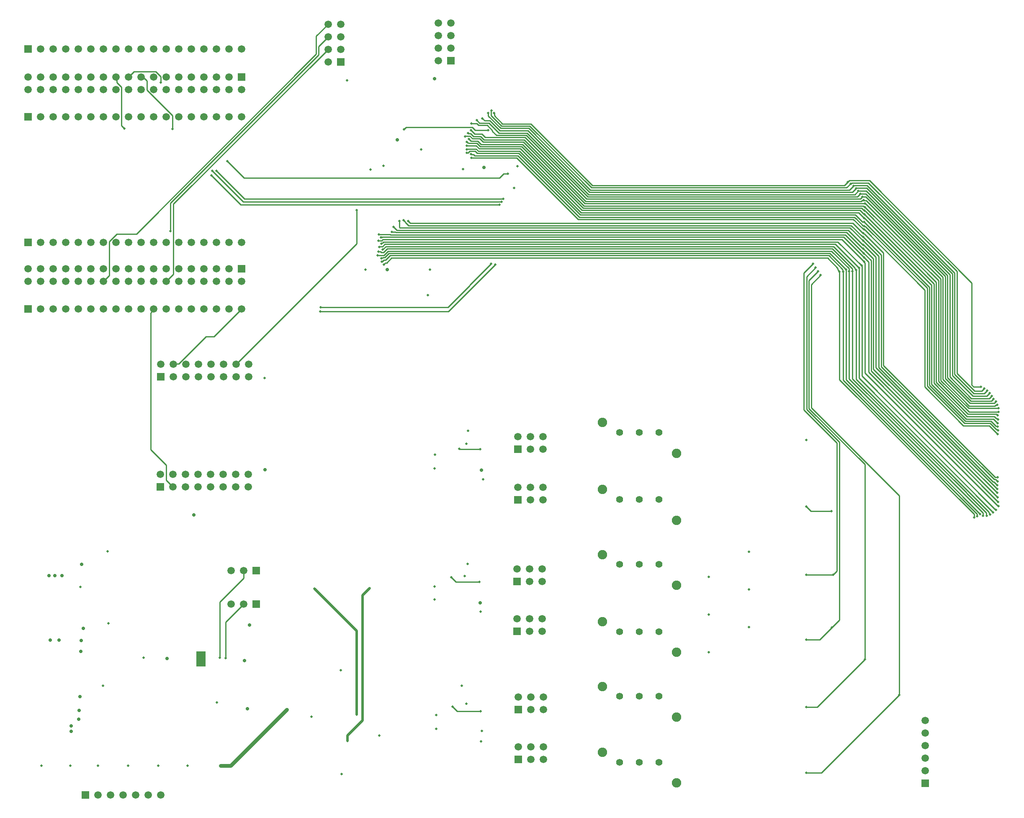
<source format=gbl>
G04*
G04 #@! TF.GenerationSoftware,Altium Limited,Altium Designer,22.3.1 (43)*
G04*
G04 Layer_Physical_Order=4*
G04 Layer_Color=16711680*
%FSLAX25Y25*%
%MOIN*%
G70*
G04*
G04 #@! TF.SameCoordinates,6E0130DB-2DEF-44AD-BCF0-1A686082A26A*
G04*
G04*
G04 #@! TF.FilePolarity,Positive*
G04*
G01*
G75*
%ADD10C,0.01000*%
%ADD15C,0.02000*%
%ADD71C,0.05500*%
%ADD95C,0.03000*%
%ADD96R,0.05906X0.05906*%
%ADD97C,0.05906*%
%ADD98R,0.05906X0.05906*%
%ADD99C,0.07500*%
%ADD100C,0.02000*%
%ADD101C,0.02800*%
G36*
X156205Y122332D02*
X148921D01*
Y134536D01*
X156205D01*
Y122332D01*
D02*
G37*
D10*
X167626Y129517D02*
Y173800D01*
X186618Y192792D02*
Y198800D01*
X167626Y173800D02*
X186618Y192792D01*
X172153Y157592D02*
X186661Y172099D01*
X172153Y129025D02*
Y157592D01*
X296470Y447704D02*
X297285D01*
X297596Y448015D01*
X296279Y447513D02*
X296470Y447704D01*
X783309Y269455D02*
X783838D01*
X694100Y361209D02*
Y450192D01*
X783838Y269455D02*
X786568Y266726D01*
X692300Y360464D02*
Y448907D01*
X785224Y271255D02*
X786702Y269777D01*
X692300Y360464D02*
X783309Y269455D01*
X695900Y361955D02*
X784800Y273055D01*
X786947D01*
X695900Y361955D02*
Y451644D01*
X786702Y269777D02*
X786972D01*
X784054Y271255D02*
X785224D01*
X694100Y361209D02*
X784054Y271255D01*
X787500Y327945D02*
X787500Y327945D01*
X786369Y330455D02*
X786560Y330646D01*
X785121Y330455D02*
X786369D01*
X784520Y329853D02*
X785121Y330455D01*
X763718Y327945D02*
X787500D01*
X660929Y350805D02*
Y436945D01*
Y350805D02*
X768103Y243630D01*
X659576Y438299D02*
Y439564D01*
Y438299D02*
X660929Y436945D01*
X768103Y240963D02*
Y243630D01*
X651484Y447655D02*
X659576Y439564D01*
X638369Y328546D02*
Y426569D01*
X645900Y434100D01*
X632631Y435632D02*
X640000Y443000D01*
X634700Y327123D02*
Y432589D01*
X642020Y439909D01*
X632631Y326646D02*
Y435632D01*
X638369Y328546D02*
X708560Y258354D01*
Y99620D02*
Y258354D01*
X681078Y128123D02*
Y283290D01*
X636568Y327800D02*
Y429716D01*
Y327800D02*
X681078Y283290D01*
X659000Y198434D02*
Y300277D01*
X660800Y159467D02*
Y301023D01*
X632631Y326646D02*
X659000Y300277D01*
X634700Y327123D02*
X660800Y301023D01*
X655874Y195308D02*
X659000Y198434D01*
X654826Y153493D02*
X660800Y159467D01*
X636568Y429716D02*
X643870Y437018D01*
X678669Y441659D02*
X678737Y441590D01*
X652402Y449623D02*
X663671Y438355D01*
X668462Y436998D02*
Y439323D01*
X659592Y460500D02*
X678433Y441659D01*
X657424Y458700D02*
X676369Y439755D01*
X674137Y437919D02*
Y438190D01*
X663671Y436866D02*
Y438355D01*
X303093Y449623D02*
X652402D01*
X662790Y462300D02*
X680509Y444582D01*
X673166Y439160D02*
X674137Y438190D01*
X656100Y456900D02*
X673166Y439833D01*
X299973Y456900D02*
X656100D01*
X654562Y453224D02*
X668462Y439323D01*
X668550Y351489D02*
Y436909D01*
X653147Y451424D02*
X666162Y438409D01*
X655307Y455023D02*
X671157Y439174D01*
X300856Y455023D02*
X655307D01*
X678433Y441659D02*
X678669D01*
X671157Y351551D02*
Y439174D01*
X666162Y438371D02*
Y438409D01*
X302347Y451424D02*
X653147D01*
X680509Y444582D02*
X680599D01*
X676369Y439755D02*
X676437D01*
X668462Y436998D02*
X668550Y436909D01*
X304316Y447655D02*
X651484D01*
X297255Y462300D02*
X662790D01*
X673166Y439160D02*
Y439833D01*
X663671Y436866D02*
X663862Y436674D01*
X301602Y453224D02*
X654562D01*
X298000Y460500D02*
X659592D01*
X299020Y458700D02*
X657424D01*
X674137Y351116D02*
Y437919D01*
X646642Y37701D02*
X708560Y99620D01*
X634600Y37701D02*
X646642D01*
X634600Y90184D02*
X643139D01*
X681078Y128123D01*
X634600Y143742D02*
X645074D01*
X654826Y153493D01*
X634600Y195308D02*
X655874D01*
X634600Y249782D02*
X638298Y246084D01*
X654451D01*
X680685Y444397D02*
Y444582D01*
X680718Y470346D02*
Y470413D01*
X664133Y464300D02*
X684100Y444333D01*
X680733Y485406D02*
X681004D01*
X680463D02*
X680733D01*
X680642Y476314D02*
X732500Y424456D01*
X680451Y476506D02*
X680642Y476314D01*
X680599Y444582D02*
X680615D01*
X767757Y344946D02*
X773612D01*
X774070Y341647D02*
X776116Y343693D01*
Y339678D02*
X778519Y342081D01*
X767934Y339678D02*
X776116D01*
X768511Y341647D02*
X774070D01*
X780161Y335819D02*
X782242Y337900D01*
X778183Y337787D02*
X780435Y340039D01*
X766027Y335819D02*
X780161D01*
X767167Y337787D02*
X778183D01*
X782026Y333850D02*
X783663Y335487D01*
X784071Y331951D02*
X785466Y333345D01*
X765450Y333850D02*
X782026D01*
X764804Y331951D02*
X784071D01*
X779943Y244638D02*
X780914Y243667D01*
X676437Y351941D02*
Y439755D01*
X783145Y245233D02*
X783214D01*
X779943Y244638D02*
Y245310D01*
X780914Y243396D02*
Y243667D01*
X676437Y351941D02*
X783145Y245233D01*
X678737Y353608D02*
X785210Y247136D01*
X678737Y353608D02*
Y441590D01*
X674137Y351116D02*
X779943Y245310D01*
X785210Y247136D02*
X785445D01*
X366369Y425915D02*
X383656Y443201D01*
X366369Y425596D02*
Y425915D01*
X349273Y408500D02*
X366369Y425596D01*
X247500Y405200D02*
X349371D01*
X386702Y442531D01*
X247800Y408500D02*
X349273D01*
X766288Y346415D02*
Y427778D01*
X684757Y509309D02*
X766288Y427778D01*
X668885Y509309D02*
X684757D01*
X667650Y508075D02*
X668885Y509309D01*
X667380Y508075D02*
X667650D01*
X670842Y507509D02*
X684011D01*
X670154Y506821D02*
X670842Y507509D01*
X669884Y506821D02*
X670154D01*
X666683Y503621D02*
X669884Y506821D01*
X766288Y346415D02*
X767757Y344946D01*
X754400Y355757D02*
X768511Y341647D01*
X754400Y355757D02*
Y437121D01*
X684011Y507509D02*
X754400Y437121D01*
X672478Y505401D02*
X673183D01*
X673250Y505467D02*
X682854D01*
X672287Y505209D02*
X672478Y505401D01*
X673183D02*
X673250Y505467D01*
X682854D02*
X752600Y435721D01*
Y355012D02*
Y435721D01*
Y355012D02*
X767934Y339678D01*
X750800Y354155D02*
X767167Y337787D01*
X750800Y354155D02*
Y434976D01*
X682447Y503328D02*
X750800Y434976D01*
X674363Y503328D02*
X682447D01*
X674202Y503167D02*
X674363Y503328D01*
X748873Y352973D02*
Y434357D01*
X682202Y501028D02*
X748873Y434357D01*
X676009Y501028D02*
X682202D01*
X671056Y500021D02*
X674202Y503167D01*
X461926Y500021D02*
X671056D01*
X460435Y496421D02*
X675235D01*
X459690Y494621D02*
X677380D01*
X679233Y496473D01*
X675235Y496421D02*
X677430Y498616D01*
X748873Y352973D02*
X766027Y335819D01*
X780884Y315965D02*
X785888Y310961D01*
X786324D02*
X786831Y310455D01*
X781629Y317765D02*
X785561Y313834D01*
X761170Y317765D02*
X781629D01*
X732500Y346435D02*
X761170Y317765D01*
X785888Y310961D02*
X786324D01*
X730700Y345690D02*
X760424Y315965D01*
X728900Y344944D02*
X759679Y314165D01*
X734300Y347181D02*
X761916Y319565D01*
X783443D02*
X786875Y316134D01*
X786831Y310455D02*
X787101D01*
X760424Y315965D02*
X780884D01*
X732500Y346435D02*
Y424456D01*
X785561Y313834D02*
X785997D01*
X762661Y321365D02*
X784189D01*
X759679Y314165D02*
X780138D01*
X786875Y307429D01*
X761916Y319565D02*
X783443D01*
X784189Y321365D02*
X785577Y319977D01*
X736100Y347926D02*
X762661Y321365D01*
X730700Y345690D02*
Y423616D01*
X736100Y347926D02*
Y427057D01*
X737900Y348672D02*
Y428510D01*
X743300Y350909D02*
X764356Y329853D01*
X784520D01*
X764079Y325039D02*
X787430D01*
X741500Y350163D02*
Y431117D01*
X745100Y351654D02*
X764804Y331951D01*
X728900Y344944D02*
Y422163D01*
X739700Y349418D02*
Y429692D01*
X763334Y323239D02*
X785734D01*
X734300Y347181D02*
Y425909D01*
X746900Y352400D02*
X765450Y333850D01*
X739700Y349418D02*
X764079Y325039D01*
X737900Y348672D02*
X763334Y323239D01*
X745100Y351654D02*
Y433039D01*
X741500Y350163D02*
X763718Y327945D01*
X743300Y350909D02*
Y432293D01*
X746900Y352400D02*
Y433784D01*
X681911Y498773D02*
X746900Y433784D01*
X677588Y498773D02*
X681911D01*
X677430Y498616D02*
X677588Y498773D01*
X681733Y496406D02*
X745100Y433039D01*
X679233Y496473D02*
X679300Y496406D01*
X681733D01*
X458198Y491021D02*
X681215D01*
X681267Y491073D01*
X682066Y493527D02*
X743300Y432293D01*
X680540Y493527D02*
X682066D01*
X680348Y493718D02*
X680540Y493527D01*
X681538Y491073D02*
X682144Y490467D01*
X682150D01*
X741500Y431117D01*
X681267Y491073D02*
X681538D01*
X680718Y470346D02*
X728900Y422163D01*
X680642Y473332D02*
X681261Y472714D01*
X681595Y478614D02*
X734300Y425909D01*
X681821Y484588D02*
X737900Y428510D01*
X681261Y472714D02*
X681603D01*
X730700Y423616D01*
X681225Y488167D02*
X739700Y429692D01*
X680868Y482289D02*
X736100Y427057D01*
X681197Y488167D02*
X681225D01*
X455216Y483821D02*
X676084D01*
X680642Y479262D01*
X680157Y493527D02*
X680348Y493718D01*
X673201Y498221D02*
X676009Y501028D01*
X680927Y488167D02*
X681197D01*
X408474Y538200D02*
X457453Y489221D01*
X415053Y554531D02*
X464163Y505421D01*
X678126Y492821D02*
X678832Y493527D01*
X680157D01*
X410691Y543619D02*
X459690Y494621D01*
X463418Y503621D02*
X666683D01*
X457453Y489221D02*
X679873D01*
X461181Y498221D02*
X673201D01*
X679873Y489221D02*
X680927Y488167D01*
X668898Y501821D02*
X672287Y505209D01*
X409220Y539999D02*
X458198Y491021D01*
X412182Y547219D02*
X461181Y498221D01*
X664726Y505421D02*
X667380Y508075D01*
X456707Y487421D02*
X678448D01*
X407728Y536400D02*
X456707Y487421D01*
X464163Y505421D02*
X664726D01*
X413562Y550931D02*
X462672Y501821D01*
X458944Y492821D02*
X678126D01*
X412928Y549019D02*
X461926Y500021D01*
X414307Y552731D02*
X463418Y503621D01*
X406237Y532799D02*
X455216Y483821D01*
X411437Y545419D02*
X460435Y496421D01*
X409946Y541819D02*
X458944Y492821D01*
X462672Y501821D02*
X668898D01*
X406983Y534599D02*
X455962Y485621D01*
X677266D01*
X672030Y478421D02*
X679542Y470909D01*
X679884D02*
X680379Y470413D01*
X679542Y470909D02*
X679884D01*
X404001Y527399D02*
X452980Y478421D01*
X405492Y531000D02*
X454471Y482021D01*
X453725Y480221D02*
X672776D01*
X452980Y478421D02*
X672030D01*
X404746Y529200D02*
X453725Y480221D01*
X674783Y480800D02*
X679077Y476506D01*
X674037Y479000D02*
X679637Y473400D01*
X454471Y482021D02*
X673522D01*
X674742Y480800D02*
X674783D01*
X672776Y480221D02*
X673996Y479000D01*
X674037D01*
X673522Y482021D02*
X674742Y480800D01*
X680379Y470413D02*
X680650D01*
X677266Y485621D02*
X680598Y482289D01*
X678448Y487421D02*
X680463Y485406D01*
X680642Y479262D02*
X680913D01*
X681004Y485406D02*
X681821Y484588D01*
X681821D01*
X785734Y323239D02*
X786696Y322277D01*
X680913Y479262D02*
X681561Y478614D01*
X681595D01*
X679637Y473400D02*
X680303D01*
X680494Y473209D01*
X785577Y319977D02*
X786014D01*
X684100Y356587D02*
X787244Y253443D01*
X689700Y360340D02*
X786451Y263590D01*
X686100Y357840D02*
X786972Y256967D01*
X687900Y359056D02*
X786382Y260574D01*
X681267Y356077D02*
Y443815D01*
Y356077D02*
X787199Y250145D01*
X786972Y256967D02*
Y256967D01*
X686100Y357840D02*
Y445586D01*
X687900Y359056D02*
Y447038D01*
X787199Y250145D02*
X787462D01*
X689700Y360340D02*
Y448491D01*
X684100Y356587D02*
Y444333D01*
X786014Y319977D02*
X786831Y319160D01*
X787101D01*
X786696Y322277D02*
X786966D01*
X665586Y466100D02*
X680196Y451490D01*
X303569Y466100D02*
X665586D01*
X667972Y469814D02*
X679674Y458113D01*
X319212Y475313D02*
X671632D01*
X680598Y482289D02*
X680868D01*
X308486Y469814D02*
X667972D01*
X671632Y475313D02*
X679695Y467250D01*
X666688Y468014D02*
X679606Y455096D01*
X669326Y471713D02*
X679790Y461248D01*
X430142Y471713D02*
X669326D01*
X317759Y473513D02*
X670326D01*
X678889Y464950D01*
X680196Y451490D02*
Y451490D01*
X307740Y468014D02*
X666688D01*
X680113Y467250D02*
X680613Y466750D01*
X680795D01*
X695900Y451644D01*
X679842Y467250D02*
X680113D01*
X679959Y461248D02*
X692300Y448907D01*
X679842Y464450D02*
X679843D01*
X694100Y450192D01*
X680079Y458113D02*
X689700Y448491D01*
X786451Y263590D02*
X786619D01*
X787244Y253443D02*
X787244D01*
X680685Y444397D02*
X681267Y443815D01*
X679842Y455096D02*
X687900Y447038D01*
X680196Y451490D02*
X686100Y445586D01*
X786382Y260574D02*
X786619D01*
X679791Y461248D02*
X679959D01*
X679842Y458113D02*
X680079D01*
X680196Y451490D02*
X680196D01*
X668550Y351489D02*
X775239Y244800D01*
X671157Y351551D02*
X762084Y260624D01*
Y260501D02*
X777934Y244651D01*
X762084Y260501D02*
Y260624D01*
X663862Y350417D02*
X770447Y243832D01*
X666162Y350663D02*
Y438371D01*
Y350663D02*
X772939Y243886D01*
X770447Y242343D02*
X770639Y242152D01*
X770447Y242343D02*
Y243832D01*
X663862Y350417D02*
Y436674D01*
X772939Y243848D02*
Y243886D01*
X775239Y242475D02*
X775327Y242387D01*
X775239Y242475D02*
Y244800D01*
X777934Y242687D02*
X778125Y242495D01*
X777934Y242687D02*
Y244651D01*
X298357Y442561D02*
Y442632D01*
X299443Y443718D02*
X300379D01*
X304316Y447655D01*
X298357Y442632D02*
X299443Y443718D01*
X297803Y454953D02*
X298026D01*
X297303Y454453D02*
X297803Y454953D01*
X298193Y449815D02*
X301602Y453224D01*
X297985Y452153D02*
X300856Y455023D01*
X297596Y448015D02*
X298939D01*
X297032Y454453D02*
X297303D01*
X298939Y448015D02*
X302347Y451424D01*
X293230Y449815D02*
X298193D01*
X296080Y452153D02*
X297985D01*
X299684Y446215D02*
X303093Y449623D01*
X294044Y452583D02*
X295650D01*
X296080Y452153D01*
X298342Y446215D02*
X299684D01*
X296586Y444730D02*
X296856D01*
X298342Y446215D01*
X298026Y454953D02*
X299973Y456900D01*
X293853Y452774D02*
X294044Y452583D01*
X296691Y464091D02*
X296900Y464300D01*
X310972Y471614D02*
X430044D01*
X315099Y476173D02*
X317759Y473513D01*
X317399Y477126D02*
X319212Y475313D01*
X294155Y466336D02*
X294183Y466308D01*
X304407Y468514D02*
X307240D01*
X294183Y466308D02*
X303360D01*
X305800Y472500D02*
X308486Y469814D01*
X307240Y468514D02*
X307740Y468014D01*
X297124Y459624D02*
X298000Y460500D01*
X310386Y472200D02*
X310972Y471614D01*
X296962Y459624D02*
X297124D01*
X310386Y472200D02*
Y477126D01*
X295715Y464009D02*
X295798Y464091D01*
X296691D01*
X296900Y464300D02*
X664133D01*
X303360Y466308D02*
X303569Y466100D01*
X296391Y459053D02*
X296962Y459624D01*
X296120Y459053D02*
X296391D01*
X295423Y456753D02*
X297073D01*
X295375Y456705D02*
X295423Y456753D01*
X294477Y456513D02*
X294668Y456705D01*
X297073Y456753D02*
X299020Y458700D01*
X294668Y456705D02*
X295375D01*
X296379Y461424D02*
X297255Y462300D01*
X293922Y461424D02*
X296379D01*
X293879Y461380D02*
X293922Y461424D01*
X313993Y477629D02*
X315099Y476524D01*
X313993Y477629D02*
Y477900D01*
X315099Y476173D02*
Y476524D01*
X679077Y476506D02*
X680451D01*
X679606Y455096D02*
X679842D01*
X391111Y550931D02*
X413562D01*
X372650Y531000D02*
X405492D01*
X387731Y545419D02*
X411437D01*
X377822Y541819D02*
X409946D01*
X377096Y539999D02*
X409220D01*
X374886Y536400D02*
X407728D01*
X391856Y552731D02*
X414307D01*
X392602Y554531D02*
X415053D01*
X373395Y532799D02*
X406237D01*
X374141Y534599D02*
X406983D01*
X367699Y527399D02*
X404001D01*
X370600Y529200D02*
X404746D01*
X390477Y549019D02*
X412928D01*
X375632Y538200D02*
X408474D01*
X389732Y547219D02*
X412182D01*
X378900Y543619D02*
X410691D01*
X381784Y555166D02*
X389732Y547219D01*
X382530Y556966D02*
X390477Y549019D01*
X679695Y467250D02*
X679842D01*
X679571Y464450D02*
X679842D01*
X679071Y464950D02*
X679571Y464450D01*
X678889Y464950D02*
X679071D01*
X679790Y461248D02*
X679791D01*
X679674Y458113D02*
X679842D01*
X384675Y548475D02*
X387731Y545419D01*
X375212Y544429D02*
X377822Y541819D01*
X376084Y546435D02*
X378900Y543619D01*
X386146Y560987D02*
X392602Y554531D01*
X385954Y562917D02*
X386146Y562726D01*
Y560987D02*
Y562726D01*
X383654Y560933D02*
X391856Y552731D01*
X383654Y565005D02*
X383778Y565129D01*
X383654Y560933D02*
Y565005D01*
X381200Y560842D02*
X391111Y550931D01*
X381200Y560842D02*
Y563109D01*
X378515Y556966D02*
X382530D01*
X373614Y553367D02*
X380528D01*
X374359Y555166D02*
X381784D01*
X380528Y553367D02*
X384675Y549220D01*
X376597Y558884D02*
X378515Y556966D01*
X370916Y549442D02*
X381200D01*
X372108Y554873D02*
X373614Y553367D01*
X372256Y557269D02*
X374359Y555166D01*
X367934Y554873D02*
X372108D01*
X368616Y551742D02*
X370916Y549442D01*
X315943Y551742D02*
X368616D01*
X384675Y548475D02*
Y549220D01*
X367664Y549442D02*
X370671Y546435D01*
X376084D01*
X314152Y549951D02*
X315943Y551742D01*
X366013Y542411D02*
X367594Y540830D01*
X366695Y544710D02*
X368776Y542629D01*
X364693Y544614D02*
X364789Y544710D01*
X365742Y542411D02*
X366013D01*
X364064Y540112D02*
X364334D01*
X363030Y544423D02*
X363222Y544614D01*
X367594Y540830D02*
X373002D01*
X364789Y544710D02*
X366695D01*
X365525Y546819D02*
X367132D01*
X364334Y540112D02*
X364917Y539530D01*
X365327D01*
X363222Y544614D02*
X364693D01*
X365334Y547011D02*
X365525Y546819D01*
X367132D02*
X369521Y544429D01*
X375212D01*
X372256Y539030D02*
X374886Y536400D01*
X373002Y540830D02*
X375632Y538200D01*
X371669Y534526D02*
X373395Y532799D01*
X371511Y537229D02*
X374141Y534599D01*
X369565Y530234D02*
X370600Y529200D01*
X370923Y532726D02*
X372650Y531000D01*
X368776Y542629D02*
X374466D01*
X377096Y539999D01*
X365827Y539030D02*
X372256D01*
X364066Y537229D02*
X371511D01*
X365327Y539530D02*
X365827Y539030D01*
X365774Y534526D02*
X371669D01*
X366520Y532726D02*
X370923D01*
X367664Y530234D02*
X369565D01*
X364292Y534203D02*
X364483Y534395D01*
X365643D01*
X365774Y534526D01*
X367472Y530426D02*
X367664Y530234D01*
X364483Y531540D02*
X365334D01*
X366520Y532726D01*
X364292Y531349D02*
X364483Y531540D01*
X184140Y490100D02*
X390177D01*
X160801Y513438D02*
X184140Y490100D01*
X164900Y517157D02*
X187176Y494881D01*
X186064Y492377D02*
X391860D01*
X161443Y516998D02*
X186064Y492377D01*
X390177Y490100D02*
X390200Y490077D01*
X187176Y494881D02*
X393112D01*
X293039Y449623D02*
X293230Y449815D01*
X355513Y189742D02*
X374201D01*
X351832Y193423D02*
X355513Y189742D01*
X186927Y511473D02*
X390257D01*
X393484Y514700D01*
X173500Y524900D02*
X186927Y511473D01*
X276621Y459066D02*
Y485590D01*
X180555Y363000D02*
X276621Y459066D01*
X358233Y295670D02*
X358605Y295298D01*
X374792D01*
X356569Y86600D02*
X375033D01*
X352806Y90362D02*
X356569Y86600D01*
X104900Y591845D02*
X106227D01*
X107652Y590420D01*
X107773D01*
X109488Y588705D01*
Y581242D02*
Y588705D01*
X99153Y596098D02*
X116662D01*
X94900Y591845D02*
X99153Y596098D01*
X120647Y587298D02*
Y592112D01*
X116662Y596098D02*
X120647Y592112D01*
X130647Y490602D02*
X253900Y613855D01*
X101207Y466853D02*
X244324Y609970D01*
Y624280D01*
X246200Y609300D02*
Y616155D01*
X128300Y469200D02*
Y491400D01*
X85694Y466853D02*
X101207D01*
X130647Y434792D02*
Y490602D01*
X128300Y491400D02*
X246200Y609300D01*
X129854Y550567D02*
Y561106D01*
X119690Y571270D02*
X129854Y561106D01*
X119461Y571270D02*
X119690D01*
X109488Y581242D02*
X119461Y571270D01*
X393484Y514700D02*
X396800D01*
X79488Y460648D02*
X85694Y466853D01*
X162927Y384972D02*
X184900Y406945D01*
X135008Y363467D02*
X156513Y384972D01*
X131022Y363467D02*
X135008D01*
X130555Y363000D02*
X131022Y363467D01*
X156513Y384972D02*
X162927D01*
X79488Y433634D02*
Y460648D01*
X74900Y429045D02*
X79488Y433634D01*
X244324Y624280D02*
X253900Y633855D01*
X246200Y616155D02*
X253900Y623855D01*
X124900Y429045D02*
X130647Y434792D01*
X112600Y295000D02*
Y403906D01*
X124900Y270755D02*
Y282700D01*
X112600Y295000D02*
X124900Y282700D01*
X114900Y406206D02*
Y406945D01*
X112600Y403906D02*
X114900Y406206D01*
X89153Y553149D02*
X91502Y550800D01*
X89153Y553149D02*
Y583606D01*
X85367Y587392D02*
X89153Y583606D01*
X85367Y587392D02*
Y591378D01*
X84900Y591845D02*
X85367Y591378D01*
X124900Y270755D02*
X130355Y265300D01*
D15*
X269100Y67400D02*
X281236Y79536D01*
Y179004D01*
X286932Y184700D01*
X269100Y63000D02*
Y67400D01*
X276500Y84061D02*
Y150831D01*
X242932Y184400D02*
X276500Y150831D01*
D71*
X517345Y98618D02*
D03*
X501645D02*
D03*
X485945D02*
D03*
X517345Y308698D02*
D03*
X501645D02*
D03*
X485945D02*
D03*
X517345Y203658D02*
D03*
X501645D02*
D03*
X485945D02*
D03*
X517345Y255401D02*
D03*
X501645D02*
D03*
X485945D02*
D03*
X517345Y150140D02*
D03*
X501645D02*
D03*
X485945D02*
D03*
X517345Y46098D02*
D03*
X501645D02*
D03*
X485945D02*
D03*
D95*
X168351Y43319D02*
X176219D01*
X220900Y88000D01*
D96*
X196661Y172099D02*
D03*
X196618Y198800D02*
D03*
X60500Y20200D02*
D03*
X404769Y295298D02*
D03*
X404928Y255231D02*
D03*
X404340Y189979D02*
D03*
Y150340D02*
D03*
X405156Y87931D02*
D03*
X405328Y48312D02*
D03*
X120355Y265300D02*
D03*
X120555Y353000D02*
D03*
X14900Y406945D02*
D03*
X184900Y439045D02*
D03*
X14900Y460045D02*
D03*
Y560045D02*
D03*
X184900Y591845D02*
D03*
X14900Y613945D02*
D03*
D97*
X186661Y172099D02*
D03*
X176661D02*
D03*
X186618Y198800D02*
D03*
X176618D02*
D03*
X120500Y20200D02*
D03*
X110500D02*
D03*
X100500D02*
D03*
X90500D02*
D03*
X70500D02*
D03*
X80500D02*
D03*
X404769Y305298D02*
D03*
X414769Y295298D02*
D03*
Y305298D02*
D03*
X424769Y295298D02*
D03*
Y305298D02*
D03*
X404928Y265231D02*
D03*
X414928Y255231D02*
D03*
Y265231D02*
D03*
X424929Y255231D02*
D03*
Y265231D02*
D03*
X404340Y199979D02*
D03*
X414340Y189979D02*
D03*
Y199979D02*
D03*
X424340Y189979D02*
D03*
Y199979D02*
D03*
X404340Y160340D02*
D03*
X414340Y150340D02*
D03*
Y160340D02*
D03*
X424340Y150340D02*
D03*
Y160340D02*
D03*
X405156Y97931D02*
D03*
X415156Y87931D02*
D03*
Y97931D02*
D03*
X425156Y87931D02*
D03*
Y97931D02*
D03*
X405328Y58312D02*
D03*
X415328Y48312D02*
D03*
Y58312D02*
D03*
X425327Y48312D02*
D03*
Y58312D02*
D03*
X253900Y603855D02*
D03*
X263900Y613855D02*
D03*
X253900D02*
D03*
X263900Y623855D02*
D03*
X253900D02*
D03*
X263900Y633855D02*
D03*
X253900D02*
D03*
X140555Y363000D02*
D03*
X351465Y634610D02*
D03*
Y624610D02*
D03*
X24900Y591845D02*
D03*
Y613945D02*
D03*
X190355Y275300D02*
D03*
Y265300D02*
D03*
X180355Y275300D02*
D03*
Y265300D02*
D03*
X170355Y275300D02*
D03*
Y265300D02*
D03*
X160355Y275300D02*
D03*
Y265300D02*
D03*
X150355Y275300D02*
D03*
Y265300D02*
D03*
X140355Y275300D02*
D03*
Y265300D02*
D03*
X130355Y275300D02*
D03*
Y265300D02*
D03*
X120355Y275300D02*
D03*
X190555Y363000D02*
D03*
Y353000D02*
D03*
X180555Y363000D02*
D03*
Y353000D02*
D03*
X170555Y363000D02*
D03*
Y353000D02*
D03*
X160555Y363000D02*
D03*
Y353000D02*
D03*
X150555Y363000D02*
D03*
Y353000D02*
D03*
X140555D02*
D03*
X130555Y363000D02*
D03*
Y353000D02*
D03*
X120555Y363000D02*
D03*
X341465Y604610D02*
D03*
X351465Y614610D02*
D03*
X341465D02*
D03*
Y624610D02*
D03*
Y634610D02*
D03*
X24900Y406945D02*
D03*
X34900D02*
D03*
X44900D02*
D03*
X54900D02*
D03*
X64900D02*
D03*
X74900D02*
D03*
X84900D02*
D03*
X94900D02*
D03*
X104900D02*
D03*
X114900D02*
D03*
X124900D02*
D03*
X134900D02*
D03*
X144900D02*
D03*
X154900D02*
D03*
X164900D02*
D03*
X174900D02*
D03*
X184900D02*
D03*
Y429045D02*
D03*
X174900Y439045D02*
D03*
Y429045D02*
D03*
X164900Y439045D02*
D03*
Y429045D02*
D03*
X154900Y439045D02*
D03*
Y429045D02*
D03*
X144900Y439045D02*
D03*
Y429045D02*
D03*
X134900Y439045D02*
D03*
Y429045D02*
D03*
X124900Y439045D02*
D03*
Y429045D02*
D03*
X114900Y439045D02*
D03*
Y429045D02*
D03*
X104900Y439045D02*
D03*
Y429045D02*
D03*
X94900Y439045D02*
D03*
Y429045D02*
D03*
X84900Y439045D02*
D03*
Y429045D02*
D03*
X74900Y439045D02*
D03*
Y429045D02*
D03*
X64900Y439045D02*
D03*
Y429045D02*
D03*
X54900Y439045D02*
D03*
Y429045D02*
D03*
X44900Y439045D02*
D03*
Y429045D02*
D03*
X34900Y439045D02*
D03*
Y429045D02*
D03*
X24900Y439045D02*
D03*
Y429045D02*
D03*
X14900Y439045D02*
D03*
Y429045D02*
D03*
X24900Y460045D02*
D03*
X34900D02*
D03*
X44900D02*
D03*
X54900D02*
D03*
X64900D02*
D03*
X74900D02*
D03*
X84900D02*
D03*
X94900D02*
D03*
X104900D02*
D03*
X114900D02*
D03*
X124900D02*
D03*
X134900D02*
D03*
X144900D02*
D03*
X154900D02*
D03*
X164900D02*
D03*
X174900D02*
D03*
X184900D02*
D03*
X24900Y560045D02*
D03*
X34900D02*
D03*
X44900D02*
D03*
X54900D02*
D03*
X64900D02*
D03*
X74900D02*
D03*
X84900D02*
D03*
X94900D02*
D03*
X104900D02*
D03*
X114900D02*
D03*
X124900D02*
D03*
X134900D02*
D03*
X144900D02*
D03*
X154900D02*
D03*
X164900D02*
D03*
X174900D02*
D03*
X184900D02*
D03*
Y581845D02*
D03*
X174900Y591845D02*
D03*
Y581845D02*
D03*
X164900Y591845D02*
D03*
Y581845D02*
D03*
X154900Y591845D02*
D03*
Y581845D02*
D03*
X144900Y591845D02*
D03*
Y581845D02*
D03*
X134900Y591845D02*
D03*
Y581845D02*
D03*
X124900Y591845D02*
D03*
Y581845D02*
D03*
X114900Y591845D02*
D03*
Y581845D02*
D03*
X104900Y591845D02*
D03*
Y581845D02*
D03*
X94900Y591845D02*
D03*
Y581845D02*
D03*
X84900Y591845D02*
D03*
Y581845D02*
D03*
X74900Y591845D02*
D03*
Y581845D02*
D03*
X64900Y591845D02*
D03*
Y581845D02*
D03*
X54900Y591845D02*
D03*
Y581845D02*
D03*
X44900Y591845D02*
D03*
Y581845D02*
D03*
X34900Y591845D02*
D03*
Y581845D02*
D03*
X24900D02*
D03*
X14900Y591845D02*
D03*
Y581845D02*
D03*
X34900Y613945D02*
D03*
X44900D02*
D03*
X54900D02*
D03*
X64900D02*
D03*
X74900D02*
D03*
X84900D02*
D03*
X94900D02*
D03*
X104900D02*
D03*
X114900D02*
D03*
X124900D02*
D03*
X134900D02*
D03*
X144900D02*
D03*
X154900D02*
D03*
X164900D02*
D03*
X174900D02*
D03*
X184900D02*
D03*
X729300Y39500D02*
D03*
Y49500D02*
D03*
Y59500D02*
D03*
Y69500D02*
D03*
Y79500D02*
D03*
D98*
X263900Y603855D02*
D03*
X351465Y604610D02*
D03*
X729300Y29500D02*
D03*
D99*
X531145Y82118D02*
D03*
X472145Y106518D02*
D03*
X531145Y292198D02*
D03*
X472145Y316598D02*
D03*
X531145Y187158D02*
D03*
X472145Y211558D02*
D03*
X531145Y238901D02*
D03*
X472145Y263301D02*
D03*
X531145Y133640D02*
D03*
X472145Y158040D02*
D03*
X531145Y29598D02*
D03*
X472145Y53998D02*
D03*
D100*
X172153Y129025D02*
D03*
X167626Y129517D02*
D03*
X141950Y43511D02*
D03*
X118677D02*
D03*
X94485D02*
D03*
X70550D02*
D03*
X48491D02*
D03*
X25450D02*
D03*
X634600Y302801D02*
D03*
X296279Y447513D02*
D03*
X287527Y517969D02*
D03*
X786560Y330646D02*
D03*
X787500Y327945D02*
D03*
X660929Y436674D02*
D03*
X376194Y70930D02*
D03*
X327924Y534170D02*
D03*
X363700Y299885D02*
D03*
X363713Y92800D02*
D03*
X362563Y194301D02*
D03*
X294500Y67400D02*
D03*
X264598Y36611D02*
D03*
X263841Y119400D02*
D03*
X240441Y82244D02*
D03*
X165159Y93808D02*
D03*
X645900Y434100D02*
D03*
X642020Y439909D02*
D03*
X640000Y443000D02*
D03*
X643870Y437018D02*
D03*
X634600Y37701D02*
D03*
X708560Y99620D02*
D03*
X634600Y90184D02*
D03*
X681078Y128123D02*
D03*
X634600Y143742D02*
D03*
X654826Y153493D02*
D03*
X634600Y195308D02*
D03*
X655874D02*
D03*
X634600Y249782D02*
D03*
X654451Y246084D02*
D03*
X776116Y343693D02*
D03*
X773612Y344946D02*
D03*
X778519Y342081D02*
D03*
X782242Y337900D02*
D03*
X780435Y340039D02*
D03*
X785466Y333345D02*
D03*
X783663Y335487D02*
D03*
X785445Y247136D02*
D03*
X783214Y245233D02*
D03*
X780914Y243396D02*
D03*
X383656Y443201D02*
D03*
X386702Y442531D02*
D03*
X247500Y405200D02*
D03*
X247800Y408500D02*
D03*
X669884Y506821D02*
D03*
X674202Y503167D02*
D03*
X677430Y498616D02*
D03*
X679233Y496473D02*
D03*
X787101Y310455D02*
D03*
X786840Y313261D02*
D03*
X681267Y491073D02*
D03*
X680650Y470413D02*
D03*
X680494Y473209D02*
D03*
X786875Y307429D02*
D03*
Y316134D02*
D03*
X787101Y319160D02*
D03*
X786966Y322277D02*
D03*
X787430Y325039D02*
D03*
X681197Y488167D02*
D03*
X680733Y485406D02*
D03*
X680868Y482289D02*
D03*
X786947Y273055D02*
D03*
X680599Y444582D02*
D03*
X674137Y437919D02*
D03*
X676437Y439755D02*
D03*
X678669Y441659D02*
D03*
X786972Y269777D02*
D03*
X786568Y266726D02*
D03*
X775327Y242387D02*
D03*
X768103Y240963D02*
D03*
X770639Y242152D02*
D03*
X786619Y263590D02*
D03*
X787244Y253443D02*
D03*
X787462Y250145D02*
D03*
X778125Y242495D02*
D03*
X772939Y243848D02*
D03*
X786619Y260574D02*
D03*
X786972Y256967D02*
D03*
X297032Y454453D02*
D03*
X298357Y442561D02*
D03*
X296586Y444730D02*
D03*
X296120Y459053D02*
D03*
X295715Y464009D02*
D03*
X294155Y466336D02*
D03*
X304407Y468514D02*
D03*
X672287Y505209D02*
D03*
X676009Y501028D02*
D03*
X667380Y508075D02*
D03*
X680642Y476314D02*
D03*
X680348Y493718D02*
D03*
X680642Y479262D02*
D03*
X588900Y213800D02*
D03*
X589000Y183800D02*
D03*
X588900Y153700D02*
D03*
X556700Y193800D02*
D03*
Y163800D02*
D03*
Y133800D02*
D03*
X680196Y451490D02*
D03*
X679842Y455096D02*
D03*
X269000Y588953D02*
D03*
X375687Y62599D02*
D03*
X360216Y106982D02*
D03*
X375033Y166102D02*
D03*
X364881Y203916D02*
D03*
X377343Y271402D02*
D03*
X365097Y309905D02*
D03*
X404655Y520817D02*
D03*
X361300Y518260D02*
D03*
X334780Y438370D02*
D03*
X283600D02*
D03*
X203355Y352182D02*
D03*
X152563Y123908D02*
D03*
X150595Y126466D02*
D03*
X152563Y129517D02*
D03*
X154851Y126466D02*
D03*
X154649Y132233D02*
D03*
X150594D02*
D03*
X666162Y438371D02*
D03*
X671348Y437018D02*
D03*
X680467Y447966D02*
D03*
X679842Y467250D02*
D03*
Y464450D02*
D03*
X679791Y461248D02*
D03*
X679842Y458113D02*
D03*
X663862Y436674D02*
D03*
X668550Y436909D02*
D03*
X385954Y562917D02*
D03*
X383778Y565129D02*
D03*
X381200Y563109D02*
D03*
X376597Y558884D02*
D03*
X381200Y549442D02*
D03*
X372256Y557269D02*
D03*
X367934Y554873D02*
D03*
X367664Y549442D02*
D03*
X365742Y542411D02*
D03*
X365334Y547011D02*
D03*
X364064Y540112D02*
D03*
X363030Y544423D02*
D03*
X364066Y537229D02*
D03*
X364292Y534203D02*
D03*
X367472Y530426D02*
D03*
X364292Y531349D02*
D03*
X367699Y527399D02*
D03*
X317399Y477126D02*
D03*
X313993Y477900D02*
D03*
X310386Y477126D02*
D03*
X305800Y472500D02*
D03*
X293853Y452774D02*
D03*
X293879Y461380D02*
D03*
X294477Y456513D02*
D03*
X293039Y449623D02*
D03*
X297824Y520914D02*
D03*
X168351Y43319D02*
D03*
X220900Y88000D02*
D03*
X333164Y418064D02*
D03*
X286932Y184700D02*
D03*
X242932Y184400D02*
D03*
X269100Y63000D02*
D03*
X276500Y84061D02*
D03*
X338742Y291022D02*
D03*
X338663Y280117D02*
D03*
X338614Y185953D02*
D03*
Y175664D02*
D03*
X339819Y83762D02*
D03*
X339912Y72790D02*
D03*
X401700Y503300D02*
D03*
X276621Y485590D02*
D03*
X358233Y295670D02*
D03*
X374792Y295298D02*
D03*
X374201Y189742D02*
D03*
X351832Y193423D02*
D03*
X375033Y86600D02*
D03*
X352806Y90362D02*
D03*
X120647Y587298D02*
D03*
X160801Y513438D02*
D03*
X161443Y516998D02*
D03*
X164900Y517157D02*
D03*
X393112Y494881D02*
D03*
X391860Y492377D02*
D03*
X390200Y490077D02*
D03*
X129854Y550567D02*
D03*
X396800Y514700D02*
D03*
X173500Y524900D02*
D03*
X314152Y549951D02*
D03*
X128300Y469200D02*
D03*
X91502Y550800D02*
D03*
X106700Y129346D02*
D03*
X74582Y107147D02*
D03*
X78946Y156584D02*
D03*
X56427Y185607D02*
D03*
X78280Y213960D02*
D03*
D101*
X58700Y152752D02*
D03*
X39479Y143335D02*
D03*
X32403D02*
D03*
X57172Y142936D02*
D03*
X57019Y134536D02*
D03*
X191253Y155560D02*
D03*
X308837Y541819D02*
D03*
X375970Y278821D02*
D03*
X187355Y127056D02*
D03*
X189479Y88678D02*
D03*
X377920Y519620D02*
D03*
X41700Y194600D02*
D03*
X36253Y194583D02*
D03*
X31621D02*
D03*
X300724Y438403D02*
D03*
X374968Y173100D02*
D03*
X55296Y80445D02*
D03*
X49100Y70600D02*
D03*
X49031Y75228D02*
D03*
X55637Y87532D02*
D03*
X125394Y128735D02*
D03*
X56100Y98555D02*
D03*
X57592Y203655D02*
D03*
X203555Y279000D02*
D03*
X338426Y590355D02*
D03*
X146700Y243154D02*
D03*
M02*

</source>
